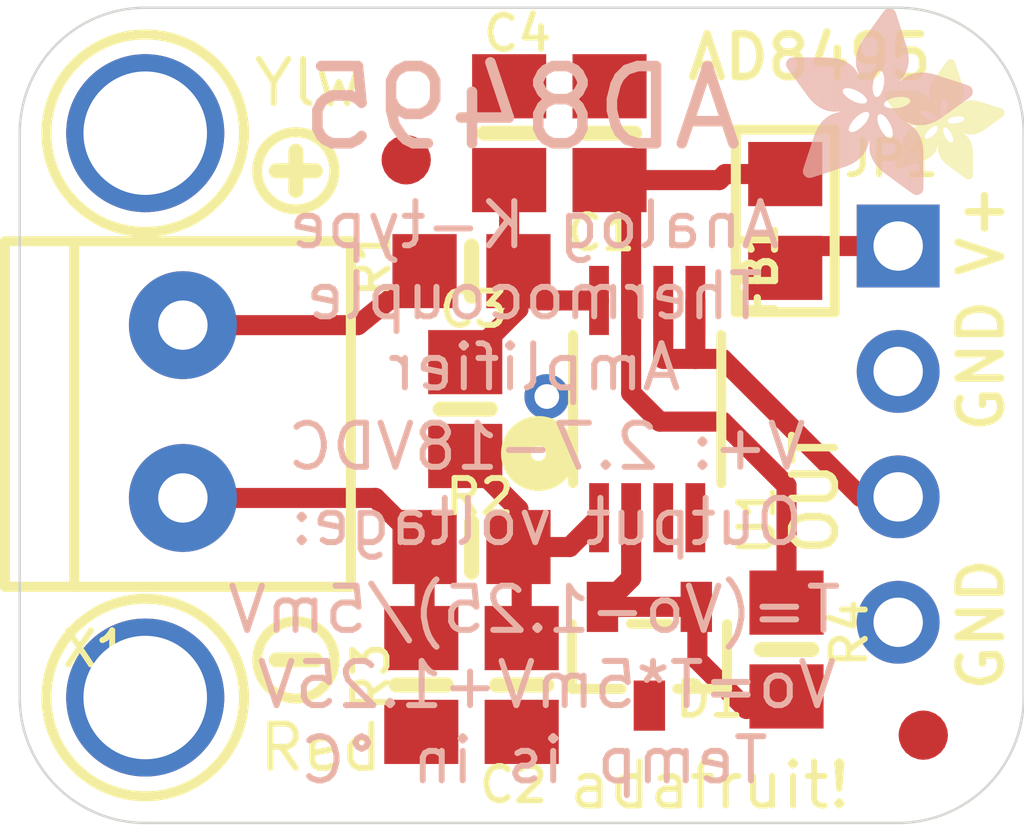
<source format=kicad_pcb>
(kicad_pcb (version 20211014) (generator pcbnew)
  (layers (0 "F.Cu" signal) (31 "B.Cu" signal) (34 "B.Paste" user) (35 "F.Paste" user) (36 "B.SilkS" user "B.Silkscreen") (37 "F.SilkS" user "F.Silkscreen") (38 "B.Mask" user) (39 "F.Mask" user) (44 "Edge.Cuts" user))
  (net 0 "")
  (net 1 "GND")
  (net 2 "VOUT")
  (net 3 "N$2")
  (net 4 "N$3")
  (net 5 "IN-")
  (net 6 "IN+")
  (net 7 "VCC")
  (net 8 "N$1")
  (net 9 "N$4")
  (footprint "boardEagle:SYMBOL_MINUS" (layer "F.Cu") (at 143.9291 109.9566)
    (fp_text reference "U$9" hide)
    (fp_text value "" hide)
  )
  (footprint "boardEagle:0805-NO" (layer "F.Cu") (at 150.2791 99.2886 -90)
    (fp_text reference "C1" (at 2.02 -0.5875) (layer "F.SilkS") (effects (font (size 0.692831 0.692831) (thickness 0.119969)) (justify right)))
    (fp_text value "0.1µF")
    (pad "1" smd rect (at -0.95 0 270) (size 1.3 1.5) (layers "F.Cu" "F.Paste" "F.Mask") (net 1 "GND"))
    (pad "2" smd rect (at 0.95 0 270) (size 1.3 1.5) (layers "F.Cu" "F.Paste" "F.Mask") (net 7 "VCC"))
  )
  (footprint "boardEagle:SYMBOL_PLUS" (layer "F.Cu") (at 143.9291 100.0506)
    (fp_text reference "U$8" hide)
    (fp_text value "" hide)
  )
  (footprint "boardEagle:MOUNTINGHOLE_2.5_PLATED" (layer "F.Cu") (at 140.8811 99.2886)
    (fp_text reference "U$11" hide)
    (fp_text value "MOUNTINGHOLE2.5" hide)
    (pad "P$1" thru_hole circle (at 0 0) (size 3.2 3.2) (drill 2.5) (layers *.Cu *.Mask))
  )
  (footprint "boardEagle:MOUNTINGHOLE_2.5_PLATED" (layer "F.Cu") (at 140.8811 110.7186)
    (fp_text reference "U$12" hide)
    (fp_text value "MOUNTINGHOLE2.5" hide)
    (pad "P$1" thru_hole circle (at 0 0) (size 3.2 3.2) (drill 2.5) (layers *.Cu *.Mask))
  )
  (footprint "boardEagle:0805-NO" (layer "F.Cu") (at 147.3581 104.8766 -90)
    (fp_text reference "C3" (at -2.02 0.5875) (layer "F.SilkS") (effects (font (size 0.692831 0.692831) (thickness 0.119969)) (justify left)))
    (fp_text value "0.1uF")
    (pad "1" smd rect (at -0.95 0 270) (size 1.3 1.5) (layers "F.Cu" "F.Paste" "F.Mask") (net 3 "N$2"))
    (pad "2" smd rect (at 0.95 0 270) (size 1.3 1.5) (layers "F.Cu" "F.Paste" "F.Mask") (net 4 "N$3"))
  )
  (footprint "boardEagle:TERMBLOCK_1X2-3.5MM" (layer "F.Cu") (at 141.6431 104.8766 -90)
    (fp_text reference "X1" (at 4.86 2.5) (layer "F.SilkS") (effects (font (size 0.692831 0.692831) (thickness 0.119969)) (justify left)))
    (fp_text value "3.5mm terminal")
    (pad "1" thru_hole circle (at 1.8 0 270) (size 2.1844 2.1844) (drill 1) (layers *.Cu *.Mask) (net 5 "IN-"))
    (pad "2" thru_hole circle (at -1.7 0 270) (size 2.1844 2.1844) (drill 1) (layers *.Cu *.Mask) (net 6 "IN+"))
  )
  (footprint "boardEagle:0805" (layer "F.Cu") (at 153.8351 101.0666 -90)
    (fp_text reference "FB1" (at 2.032 0.127 -90) (layer "F.SilkS") (effects (font (size 0.666496 0.666496) (thickness 0.146304)) (justify left bottom)))
    (fp_text value "ferrite")
    (pad "1" smd rect (at -0.95 0 270) (size 1.3 1.5) (layers "F.Cu" "F.Paste" "F.Mask") (net 7 "VCC"))
    (pad "2" smd rect (at 0.95 0 270) (size 1.3 1.5) (layers "F.Cu" "F.Paste" "F.Mask") (net 9 "N$4"))
  )
  (footprint "boardEagle:0805-NO" (layer "F.Cu") (at 148.2471 99.2886 -90)
    (fp_text reference "C4" (at -2.02 0.5875) (layer "F.SilkS") (effects (font (size 0.692831 0.692831) (thickness 0.119969)) (justify left)))
    (fp_text value "0.01uF")
    (pad "1" smd rect (at -0.95 0 270) (size 1.3 1.5) (layers "F.Cu" "F.Paste" "F.Mask") (net 1 "GND"))
    (pad "2" smd rect (at 0.95 0 270) (size 1.3 1.5) (layers "F.Cu" "F.Paste" "F.Mask") (net 3 "N$2"))
  )
  (footprint "boardEagle:0805-NO" (layer "F.Cu") (at 153.8611 109.7466 -90)
    (fp_text reference "R4" (at -1.0875 -1.27 90) (layer "F.SilkS") (effects (font (size 0.692831 0.692831) (thickness 0.119969)) (justify right)))
    (fp_text value "1K")
    (pad "1" smd rect (at -0.95 0 270) (size 1.3 1.5) (layers "F.Cu" "F.Paste" "F.Mask") (net 7 "VCC"))
    (pad "2" smd rect (at 0.95 0 270) (size 1.3 1.5) (layers "F.Cu" "F.Paste" "F.Mask") (net 8 "N$1"))
  )
  (footprint "boardEagle:SOT23-R" (layer "F.Cu") (at 151.0851 109.8826 180)
    (fp_text reference "D1" (at -1.972 -0.873) (layer "F.SilkS") (effects (font (size 0.692831 0.692831) (thickness 0.119969)) (justify right)))
    (fp_text value "TLVH431")
    (pad "1" smd rect (at -0.95 1 180) (size 0.635 1.016) (layers "F.Cu" "F.Paste" "F.Mask") (net 8 "N$1"))
    (pad "2" smd rect (at 0.95 1 180) (size 0.635 1.016) (layers "F.Cu" "F.Paste" "F.Mask") (net 8 "N$1"))
    (pad "3" smd rect (at 0 -1 180) (size 0.635 1.016) (layers "F.Cu" "F.Paste" "F.Mask") (net 1 "GND"))
  )
  (footprint "boardEagle:0805-NO" (layer "F.Cu") (at 146.4691 110.4646 90)
    (fp_text reference "R3" (at -0.5875 -1.02 90) (layer "F.SilkS") (effects (font (size 0.692831 0.692831) (thickness 0.119969)) (justify left)))
    (fp_text value "1M")
    (pad "1" smd rect (at -0.95 0 90) (size 1.3 1.5) (layers "F.Cu" "F.Paste" "F.Mask") (net 1 "GND"))
    (pad "2" smd rect (at 0.95 0 90) (size 1.3 1.5) (layers "F.Cu" "F.Paste" "F.Mask") (net 5 "IN-"))
  )
  (footprint "boardEagle:ADAFRUIT_2.5MM" (layer "F.Cu") (at 155.8391 100.2226)
    (fp_text reference "U$10" hide)
    (fp_text value "" hide)
  )
  (footprint "boardEagle:FIDUCIAL_1MM" (layer "F.Cu") (at 156.6291 111.4806)
    (fp_text reference "FID1" hide)
    (fp_text value "FIDUCIAL\"\"" hide)
    (pad "1" smd roundrect (at 0 0) (size 1 1) (layers "F.Cu" "F.Mask") (roundrect_rratio 0.5))
  )
  (footprint "boardEagle:FIDUCIAL_1MM" (layer "F.Cu") (at 146.1631 99.8286)
    (fp_text reference "FID2" hide)
    (fp_text value "FIDUCIAL\"\"" hide)
    (pad "1" smd roundrect (at 0 0) (size 1 1) (layers "F.Cu" "F.Mask") (roundrect_rratio 0.5))
  )
  (footprint "boardEagle:0805-NO" (layer "F.Cu") (at 147.4851 107.6706)
    (fp_text reference "R2" (at -0.5875 -1.02) (layer "F.SilkS") (effects (font (size 0.692831 0.692831) (thickness 0.119969)) (justify left)))
    (fp_text value "100")
    (pad "1" smd rect (at -0.95 0) (size 1.3 1.5) (layers "F.Cu" "F.Paste" "F.Mask") (net 5 "IN-"))
    (pad "2" smd rect (at 0.95 0) (size 1.3 1.5) (layers "F.Cu" "F.Paste" "F.Mask") (net 4 "N$3"))
  )
  (footprint "boardEagle:MSOP8_0.65MM" (layer "F.Cu") (at 151.0411 104.8766)
    (fp_text reference "U1" (at 2.222 3.024 90) (layer "F.SilkS") (effects (font (size 0.692831 0.692831) (thickness 0.119969)) (justify left)))
    (fp_text value "AD8495ARMZ ")
    (pad "1" smd rect (at -0.975 2.2 90) (size 1.4 0.4) (layers "F.Cu" "F.Paste") (net 4 "N$3"))
    (pad "2" smd rect (at -0.325 2.2 90) (size 1.4 0.4) (layers "F.Cu" "F.Paste") (net 8 "N$1"))
    (pad "3" smd rect (at 0.325 2.2 90) (size 1.4 0.4) (layers "F.Cu" "F.Paste") (net 1 "GND"))
    (pad "4" smd rect (at 0.975 2.2 90) (size 1.4 0.4) (layers "F.Cu" "F.Paste"))
    (pad "5" smd rect (at 0.975 -2.2 90) (size 1.4 0.4) (layers "F.Cu" "F.Paste") (net 2 "VOUT"))
    (pad "6" smd rect (at 0.325 -2.2 90) (size 1.4 0.4) (layers "F.Cu" "F.Paste") (net 2 "VOUT"))
    (pad "7" smd rect (at -0.325 -2.2 90) (size 1.4 0.4) (layers "F.Cu" "F.Paste") (net 7 "VCC"))
    (pad "8" smd rect (at -0.975 -2.2 90) (size 1.4 0.4) (layers "F.Cu" "F.Paste") (net 3 "N$2"))
  )
  (footprint "boardEagle:1X04_ROUND" (layer "F.Cu") (at 156.1211 105.3846 -90)
    (fp_text reference "JP1" (at -5.5788 1.1562) (layer "F.SilkS") (effects (font (size 0.692831 0.692831) (thickness 0.119969)) (justify left)))
    (fp_text value "")
    (pad "1" thru_hole rect (at -3.81 0) (size 1.6764 1.6764) (drill 1) (layers *.Cu *.Mask) (net 9 "N$4"))
    (pad "2" thru_hole circle (at -1.27 0) (size 1.6764 1.6764) (drill 1) (layers *.Cu *.Mask) (net 1 "GND"))
    (pad "3" thru_hole circle (at 1.27 0) (size 1.6764 1.6764) (drill 1) (layers *.Cu *.Mask) (net 2 "VOUT"))
    (pad "4" thru_hole circle (at 3.81 0) (size 1.6764 1.6764) (drill 1) (layers *.Cu *.Mask) (net 1 "GND"))
  )
  (footprint "boardEagle:0805-NO" (layer "F.Cu") (at 148.5011 110.4646 -90)
    (fp_text reference "C2" (at 2.02 -0.5875) (layer "F.SilkS") (effects (font (size 0.692831 0.692831) (thickness 0.119969)) (justify right)))
    (fp_text value "0.01uF")
    (pad "1" smd rect (at -0.95 0 270) (size 1.3 1.5) (layers "F.Cu" "F.Paste" "F.Mask") (net 4 "N$3"))
    (pad "2" smd rect (at 0.95 0 270) (size 1.3 1.5) (layers "F.Cu" "F.Paste" "F.Mask") (net 1 "GND"))
  )
  (footprint "boardEagle:0805-NO" (layer "F.Cu") (at 147.4851 102.0826)
    (fp_text reference "R1" (at -2.02 0.5875 90) (layer "F.SilkS") (effects (font (size 0.692831 0.692831) (thickness 0.119969)) (justify left)))
    (fp_text value "100")
    (pad "1" smd rect (at -0.95 0) (size 1.3 1.5) (layers "F.Cu" "F.Paste" "F.Mask") (net 6 "IN+"))
    (pad "2" smd rect (at 0.95 0) (size 1.3 1.5) (layers "F.Cu" "F.Paste" "F.Mask") (net 3 "N$2"))
  )
  (footprint "boardEagle:ADAFRUIT_3.5MM" (layer "B.Cu") (at 153.8351 100.5586 90)
    (fp_text reference "U$13" hide)
    (fp_text value "" hide)
  )
  (gr_line (start 158.6611 110.7186) (end 158.6611 99.2886) (layer "Edge.Cuts") (width 0.05))
  (gr_arc (start 156.1211 96.7486) (mid 157.917151 97.492549) (end 158.6611 99.2886) (layer "Edge.Cuts") (width 0.05))
  (gr_arc (start 158.6611 110.7186) (mid 157.917151 112.514651) (end 156.1211 113.2586) (layer "Edge.Cuts") (width 0.05))
  (gr_line (start 140.8811 113.2586) (end 156.1211 113.2586) (layer "Edge.Cuts") (width 0.05))
  (gr_arc (start 140.8811 113.2586) (mid 139.085049 112.514651) (end 138.3411 110.7186) (layer "Edge.Cuts") (width 0.05))
  (gr_line (start 138.3411 99.2886) (end 138.3411 110.7186) (layer "Edge.Cuts") (width 0.05))
  (gr_arc (start 138.3411 99.2886) (mid 139.085049 97.492549) (end 140.8811 96.7486) (layer "Edge.Cuts") (width 0.05))
  (gr_line (start 156.1211 96.7486) (end 140.8811 96.7486) (layer "Edge.Cuts") (width 0.05))
  (gr_text "T=(Vo-1.25)/5mV" (at 148.7551 108.9406) (layer "B.SilkS") (effects (font (size 0.89408 0.89408) (thickness 0.12192)) (justify mirror)))
  (gr_text "AD8495" (at 148.5011 98.7806) (layer "B.SilkS") (effects (font (size 1.56464 1.56464) (thickness 0.21336)) (justify mirror)))
  (gr_text "Vo=T*5mV+1.25V" (at 149.0091 110.4646) (layer "B.SilkS") (effects (font (size 0.89408 0.89408) (thickness 0.12192)) (justify mirror)))
  (gr_text "Temp is in °C" (at 148.7551 111.9886) (layer "B.SilkS") (effects (font (size 0.89408 0.89408) (thickness 0.12192)) (justify mirror)))
  (gr_text "Analog K-type\nThermocouple\nAmplifier" (at 148.7551 102.5906) (layer "B.SilkS") (effects (font (size 0.89408 0.89408) (thickness 0.12192)) (justify mirror)))
  (gr_text "Output voltage:" (at 149.0091 107.1626) (layer "B.SilkS") (effects (font (size 0.89408 0.89408) (thickness 0.12192)) (justify mirror)))
  (gr_text "V+: 2.7-18VDC" (at 149.0091 105.6386) (layer "B.SilkS") (effects (font (size 0.89408 0.89408) (thickness 0.12192)) (justify mirror)))
  (gr_text "GND" (at 157.8051 104.0006 90) (layer "F.SilkS") (effects (font (size 0.8636 0.8636) (thickness 0.1524))))
  (gr_text "V+" (at 157.8051 101.2506 90) (layer "F.SilkS") (effects (font (size 0.8636 0.8636) (thickness 0.1524))))
  (gr_text "adafruit!" (at 152.3111 112.4966) (layer "F.SilkS") (effects (font (size 0.89408 0.89408) (thickness 0.12192))))
  (gr_text "GND" (at 157.8051 109.2386 90) (layer "F.SilkS") (effects (font (size 0.8636 0.8636) (thickness 0.1524))))
  (gr_text "OUT" (at 154.4371 106.5626 90) (layer "F.SilkS") (effects (font (size 0.8636 0.8636) (thickness 0.1524))))
  (gr_text "AD8495" (at 156.8771 97.2446) (layer "F.SilkS") (effects (font (size 0.8636 0.8636) (thickness 0.1524)) (justify right top)))
  (gr_text "Red" (at 144.4371 111.7346) (layer "F.SilkS") (effects (font (size 0.89408 0.89408) (thickness 0.12192))))
  (gr_text "Ylw" (at 144.1831 98.2726) (layer "F.SilkS") (effects (font (size 0.89408 0.89408) (thickness 0.12192))))
  (via (at 149.0091 104.6226) (size 0.9064) (drill 0.5) (layers "F.Cu" "B.Cu") (net 1))
  (segment (start 151.3661 102.6766) (end 151.3661 103.8606) (width 0.4064) (layer "F.Cu") (net 2))
  (segment (start 151.3661 103.8606) (end 152.0161 103.8606) (width 0.4064) (layer "F.Cu") (net 2))
  (segment (start 155.3591 106.6546) (end 152.5651 103.8606) (width 0.4064) (layer "F.Cu") (net 2))
  (segment (start 152.5651 103.8606) (end 152.0161 103.8606) (width 0.4064) (layer "F.Cu") (net 2))
  (segment (start 156.1211 106.6546) (end 155.3591 106.6546) (width 0.4064) (layer "F.Cu") (net 2))
  (segment (start 152.0161 102.6766) (end 152.0161 103.8606) (width 0.4064) (layer "F.Cu") (net 2))
  (segment (start 148.4351 102.0826) (end 148.4351 102.8496) (width 0.4064) (layer "F.Cu") (net 3))
  (segment (start 150.0661 102.6766) (end 148.7751 102.6766) (width 0.4064) (layer "F.Cu") (net 3))
  (segment (start 148.2471 100.2386) (end 148.2471 102.0166) (width 0.4064) (layer "F.Cu") (net 3))
  (segment (start 148.7751 102.6766) (end 148.4351 102.0826) (width 0.4064) (layer "F.Cu") (net 3))
  (segment (start 148.4351 102.8496) (end 147.3581 103.9266) (width 0.4064) (layer "F.Cu") (net 3))
  (segment (start 148.2471 102.0166) (end 148.4351 102.0826) (width 0.4064) (layer "F.Cu") (net 3))
  (segment (start 148.5011 107.7366) (end 148.4351 107.6706) (width 0.4064) (layer "F.Cu") (net 4))
  (segment (start 147.3581 105.8266) (end 148.4351 106.9036) (width 0.4064) (layer "F.Cu") (net 4))
  (segment (start 149.4721 107.6706) (end 148.4351 107.6706) (width 0.4064) (layer "F.Cu") (net 4))
  (segment (start 148.4351 106.9036) (end 148.4351 107.6706) (width 0.4064) (layer "F.Cu") (net 4))
  (segment (start 148.5011 109.5146) (end 148.5011 107.7366) (width 0.4064) (layer "F.Cu") (net 4))
  (segment (start 150.0661 107.0766) (end 149.4721 107.6706) (width 0.4064) (layer "F.Cu") (net 4))
  (segment (start 141.6431 106.6766) (end 145.5411 106.6766) (width 0.4064) (layer "F.Cu") (net 5))
  (segment (start 146.5351 107.6706) (end 146.5351 109.4486) (width 0.4064) (layer "F.Cu") (net 5))
  (segment (start 146.5351 109.4486) (end 146.4691 109.5146) (width 0.4064) (layer "F.Cu") (net 5))
  (segment (start 145.5411 106.6766) (end 146.5351 107.6706) (width 0.4064) (layer "F.Cu") (net 5))
  (segment (start 141.6431 103.1766) (end 145.1871 103.1766) (width 0.4064) (layer "F.Cu") (net 6))
  (segment (start 145.1871 103.1766) (end 146.5351 102.0826) (width 0.4064) (layer "F.Cu") (net 6))
  (segment (start 152.4991 100.2386) (end 152.6211 100.1166) (width 0.4064) (layer "F.Cu") (net 7))
  (segment (start 150.7161 104.5516) (end 150.7161 102.6766) (width 0.4064) (layer "F.Cu") (net 7))
  (segment (start 152.4991 100.2386) (end 150.2791 100.2386) (width 0.4064) (layer "F.Cu") (net 7))
  (segment (start 153.8611 106.4266) (end 152.5651 105.1306) (width 0.4064) (layer "F.Cu") (net 7))
  (segment (start 150.7161 100.6756) (end 150.2791 100.2386) (width 0.4064) (layer "F.Cu") (net 7))
  (segment (start 150.7161 102.6766) (end 150.7161 100.6756) (width 0.4064) (layer "F.Cu") (net 7))
  (segment (start 152.6211 100.1166) (end 153.8351 100.1166) (width 0.4064) (layer "F.Cu") (net 7))
  (segment (start 152.5651 105.1306) (end 151.2951 105.1306) (width 0.4064) (layer "F.Cu") (net 7))
  (segment (start 151.2951 105.1306) (end 150.7161 104.5516) (width 0.4064) (layer "F.Cu") (net 7))
  (segment (start 153.8611 108.7966) (end 153.8611 106.4266) (width 0.4064) (layer "F.Cu") (net 7))
  (segment (start 153.0511 110.9506) (end 152.0571 109.9566) (width 0.4064) (layer "F.Cu") (net 8))
  (segment (start 150.7161 107.0766) (end 150.7161 108.3016) (width 0.4064) (layer "F.Cu") (net 8))
  (segment (start 152.0571 109.9566) (end 152.0571 109.1586) (width 0.4064) (layer "F.Cu") (net 8))
  (segment (start 153.8611 110.6966) (end 153.0511 110.9506) (width 0.4064) (layer "F.Cu") (net 8))
  (segment (start 150.7161 108.3016) (end 150.1351 108.8826) (width 0.4064) (layer "F.Cu") (net 8))
  (segment (start 150.1351 108.8826) (end 152.0351 108.8826) (width 0.4064) (layer "F.Cu") (net 8))
  (segment (start 152.0571 109.1586) (end 152.0351 108.8826) (width 0.4064) (layer "F.Cu") (net 8))
  (segment (start 153.9011 101.5746) (end 156.1211 101.5746) (width 0.4064) (layer "F.Cu") (net 9))
  (segment (start 153.8351 102.0166) (end 153.9011 101.5746) (width 0.4064) (layer "F.Cu") (net 9))
)
</source>
